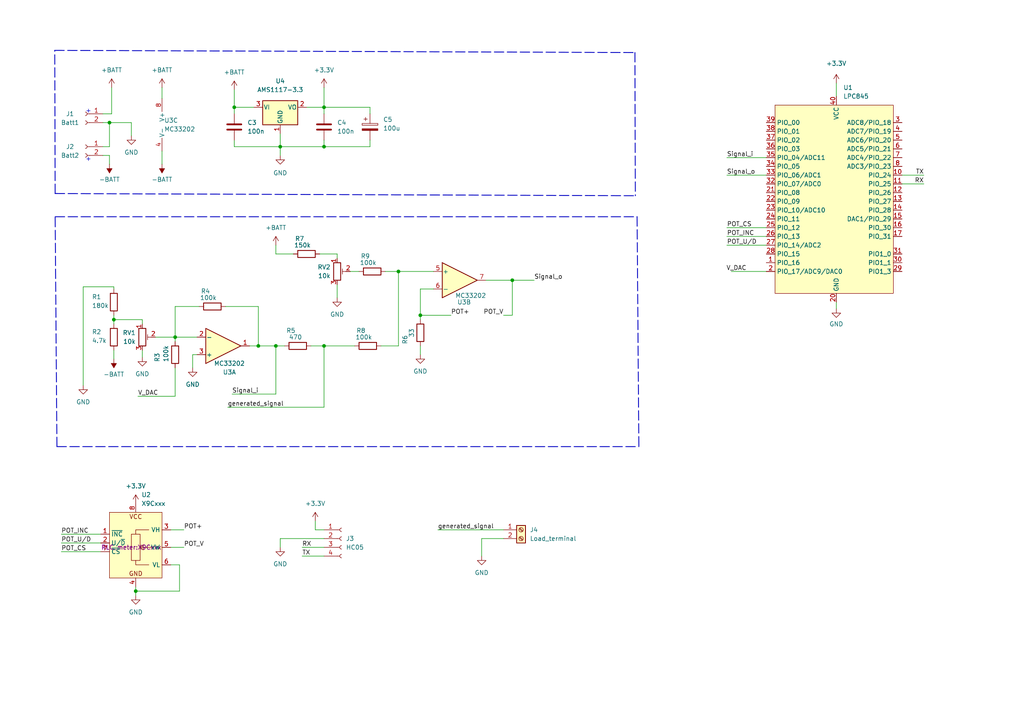
<source format=kicad_sch>
(kicad_sch (version 20211123) (generator eeschema)
  (paper "A4")
  (lib_symbols
    (symbol "Amplifier_Operational:MC33202" (pin_names (offset 0.127))
      (property "Reference" "U" (at 0 5.08 0))
      (property "Value" "MC33202" (at 0 -5.08 0))
      (symbol "MC33202_1_1"
        (polyline (pts (xy -5.08 5.08) (xy 5.08 0) (xy -5.08 -5.08) (xy -5.08 5.08)) (stroke (width 0.254)) (fill (type background)))
        (pin output line (at 7.62 0 180) (length 2.54) (name "~") (number "1"))
        (pin input line (at -7.62 -2.54 0) (length 2.54) (name "-") (number "2"))
        (pin input line (at -7.62 2.54 0) (length 2.54) (name "+") (number "3"))
      )
      (symbol "MC33202_2_1"
        (polyline (pts (xy -5.08 5.08) (xy 5.08 0) (xy -5.08 -5.08) (xy -5.08 5.08)) (stroke (width 0.254)) (fill (type background)))
        (pin input line (at -7.62 2.54 0) (length 2.54) (name "+") (number "5"))
        (pin input line (at -7.62 -2.54 0) (length 2.54) (name "-") (number "6"))
        (pin output line (at 7.62 0 180) (length 2.54) (name "~") (number "7"))
      )
      (symbol "MC33202_3_1"
        (pin power_in line (at -2.54 -7.62 90) (length 3.81) (name "V-") (number "4"))
        (pin power_in line (at -2.54 7.62 270) (length 3.81) (name "V+") (number "8"))
      )
    )
    (symbol "Connector:Conn_01x02_Female" (pin_names (offset 1.016) hide)
      (property "Reference" "J" (at 0 2.54 0))
      (property "Value" "Conn_01x02_Female" (at 0 -5.08 0))
      (symbol "Conn_01x02_Female_1_1"
        (arc (start 0 -2.032) (mid -0.508 -2.54) (end 0 -3.048) (stroke (width 0.1524)))
        (polyline (pts (xy -1.27 -2.54) (xy -0.508 -2.54)) (stroke (width 0.1524)))
        (polyline (pts (xy -1.27 0) (xy -0.508 0)) (stroke (width 0.1524)))
        (arc (start 0 0.508) (mid -0.508 0) (end 0 -0.508) (stroke (width 0.1524)))
        (pin passive line (at -5.08 0 0) (length 3.81) (name "Pin_1") (number "1"))
        (pin passive line (at -5.08 -2.54 0) (length 3.81) (name "Pin_2") (number "2"))
      )
    )
    (symbol "Connector:Conn_01x04_Female" (pin_names (offset 1.016) hide)
      (property "Reference" "J" (at 0 5.08 0))
      (property "Value" "Conn_01x04_Female" (at 0 -7.62 0))
      (symbol "Conn_01x04_Female_1_1"
        (arc (start 0 -4.572) (mid -0.508 -5.08) (end 0 -5.588) (stroke (width 0.1524)))
        (arc (start 0 -2.032) (mid -0.508 -2.54) (end 0 -3.048) (stroke (width 0.1524)))
        (polyline (pts (xy -1.27 -5.08) (xy -0.508 -5.08)) (stroke (width 0.1524)))
        (polyline (pts (xy -1.27 -2.54) (xy -0.508 -2.54)) (stroke (width 0.1524)))
        (polyline (pts (xy -1.27 0) (xy -0.508 0)) (stroke (width 0.1524)))
        (polyline (pts (xy -1.27 2.54) (xy -0.508 2.54)) (stroke (width 0.1524)))
        (arc (start 0 0.508) (mid -0.508 0) (end 0 -0.508) (stroke (width 0.1524)))
        (arc (start 0 3.048) (mid -0.508 2.54) (end 0 2.032) (stroke (width 0.1524)))
        (pin passive line (at -5.08 2.54 0) (length 3.81) (name "Pin_1") (number "1"))
        (pin passive line (at -5.08 0 0) (length 3.81) (name "Pin_2") (number "2"))
        (pin passive line (at -5.08 -2.54 0) (length 3.81) (name "Pin_3") (number "3"))
        (pin passive line (at -5.08 -5.08 0) (length 3.81) (name "Pin_4") (number "4"))
      )
    )
    (symbol "Connector:Screw_Terminal_01x02" (pin_names (offset 1.016) hide)
      (property "Reference" "J" (at 0 2.54 0))
      (property "Value" "Screw_Terminal_01x02" (at 0 -5.08 0))
      (symbol "Screw_Terminal_01x02_1_1"
        (rectangle (start -1.27 1.27) (end 1.27 -3.81) (stroke (width 0.254)) (fill (type background)))
        (circle (center 0 -2.54) (radius 0.635) (stroke (width 0.1524)))
        (polyline (pts (xy -0.5334 -2.2098) (xy 0.3302 -3.048)) (stroke (width 0.1524)))
        (polyline (pts (xy -0.5334 0.3302) (xy 0.3302 -0.508)) (stroke (width 0.1524)))
        (polyline (pts (xy -0.3556 -2.032) (xy 0.508 -2.8702)) (stroke (width 0.1524)))
        (polyline (pts (xy -0.3556 0.508) (xy 0.508 -0.3302)) (stroke (width 0.1524)))
        (circle (center 0 0) (radius 0.635) (stroke (width 0.1524)))
        (pin passive line (at -5.08 0 0) (length 3.81) (name "Pin_1") (number "1"))
        (pin passive line (at -5.08 -2.54 0) (length 3.81) (name "Pin_2") (number "2"))
      )
    )
    (symbol "Device:C" (pin_numbers hide) (pin_names (offset 0.254))
      (property "Reference" "C" (at 0.635 2.54 0))
      (property "Value" "C" (at 0.635 -2.54 0))
      (symbol "C_0_1"
        (polyline (pts (xy -2.032 -0.762) (xy 2.032 -0.762)) (stroke (width 0.508)))
        (polyline (pts (xy -2.032 0.762) (xy 2.032 0.762)) (stroke (width 0.508)))
      )
      (symbol "C_1_1"
        (pin passive line (at 0 3.81 270) (length 2.794) (name "~") (number "1"))
        (pin passive line (at 0 -3.81 90) (length 2.794) (name "~") (number "2"))
      )
    )
    (symbol "Device:C_Polarized" (pin_numbers hide) (pin_names (offset 0.254))
      (property "Reference" "C" (at 0.635 2.54 0))
      (property "Value" "C_Polarized" (at 0.635 -2.54 0))
      (symbol "C_Polarized_0_1"
        (rectangle (start -2.286 0.508) (end 2.286 1.016))
        (polyline (pts (xy -1.778 2.286) (xy -0.762 2.286)))
        (polyline (pts (xy -1.27 2.794) (xy -1.27 1.778)))
        (rectangle (start 2.286 -0.508) (end -2.286 -1.016) (fill (type outline)))
      )
      (symbol "C_Polarized_1_1"
        (pin passive line (at 0 3.81 270) (length 2.794) (name "~") (number "1"))
        (pin passive line (at 0 -3.81 90) (length 2.794) (name "~") (number "2"))
      )
    )
    (symbol "Device:R" (pin_numbers hide) (pin_names (offset 0))
      (property "Reference" "R" (at 2.032 0 90))
      (property "Value" "R" (at 0 0 90))
      (symbol "R_0_1"
        (rectangle (start -1.016 -2.54) (end 1.016 2.54) (stroke (width 0.254)))
      )
      (symbol "R_1_1"
        (pin passive line (at 0 3.81 270) (length 1.27) (name "~") (number "1"))
        (pin passive line (at 0 -3.81 90) (length 1.27) (name "~") (number "2"))
      )
    )
    (symbol "Device:R_Potentiometer_Trim" (pin_names (offset 1.016) hide)
      (property "Reference" "RV" (at -4.445 0 90))
      (property "Value" "R_Potentiometer_Trim" (at -2.54 0 90))
      (symbol "R_Potentiometer_Trim_0_1"
        (polyline (pts (xy 1.524 0.762) (xy 1.524 -0.762)))
        (polyline (pts (xy 2.54 0) (xy 1.524 0)))
        (rectangle (start 1.016 2.54) (end -1.016 -2.54) (stroke (width 0.254)))
      )
      (symbol "R_Potentiometer_Trim_1_1"
        (pin passive line (at 0 3.81 270) (length 1.27) (name "1") (number "1"))
        (pin passive line (at 3.81 0 180) (length 1.27) (name "2") (number "2"))
        (pin passive line (at 0 -3.81 90) (length 1.27) (name "3") (number "3"))
      )
    )
    (symbol "Potentiometer_Digital:X9Cxxx"
      (property "Reference" "U" (at -11.43 11.43 0))
      (property "Value" "X9Cxxx" (at -8.89 13.97 0))
      (symbol "X9Cxxx_0_0"
        (text "GND" (at 0 -7.62 0) (effects (font (size 1.27 1.27))))
        (text "VCC" (at 0 8.89 0) (effects (font (size 1.27 1.27))))
      )
      (symbol "X9Cxxx_0_1"
        (rectangle (start -7.62 10.16) (end 7.62 -8.89) (fill (type background)))
        (rectangle (start -1.27 3.81) (end 1.27 -3.81))
        (polyline (pts (xy 1.27 0) (xy 5.08 0)))
        (polyline (pts (xy 0 3.81) (xy 0 5.08) (xy 3.81 5.08)))
        (polyline (pts (xy 3.81 -5.08) (xy 0 -5.08) (xy 0 -3.81)))
        (polyline (pts (xy 1.27 0) (xy 2.159 0.762) (xy 2.159 -0.762) (xy 1.27 0)))
      )
      (symbol "X9Cxxx_1_1"
        (pin input line (at -10.16 3.81 0) (length 2.54) (name "~{INC}") (number "1"))
        (pin input line (at -10.16 1.27 0) (length 2.54) (name "U/~{D}") (number "2"))
        (pin input line (at 10.16 5.08 180) (length 2.54) (name "VH") (number "3"))
        (pin input line (at 0 -11.43 90) (length 2.54) (name "") (number "4"))
        (pin input line (at 10.16 0 180) (length 2.54) (name "VW") (number "5"))
        (pin input line (at 10.16 -5.08 180) (length 2.54) (name "VL") (number "6"))
        (pin input line (at -10.16 -1.27 0) (length 2.54) (name "~{CS}") (number "7"))
        (pin input line (at 0 12.7 270) (length 2.54) (name "") (number "8"))
      )
    )
    (symbol "Regulator_Linear:AMS1117-3.3" (pin_names (offset 0.254))
      (property "Reference" "U" (at -3.81 3.175 0))
      (property "Value" "AMS1117-3.3" (at 0 3.175 0))
      (symbol "AMS1117-3.3_0_1"
        (rectangle (start -5.08 -5.08) (end 5.08 1.905) (stroke (width 0.254)) (fill (type background)))
      )
      (symbol "AMS1117-3.3_1_1"
        (pin power_in line (at 0 -7.62 90) (length 2.54) (name "GND") (number "1"))
        (pin power_out line (at 7.62 0 180) (length 2.54) (name "VO") (number "2"))
        (pin power_in line (at -7.62 0 0) (length 2.54) (name "VI") (number "3"))
      )
    )
    (symbol "power:+3.3V" (power) (pin_names (offset 0))
      (property "Value" "+3.3V" (at 0 3.556 0))
      (symbol "+3.3V_0_1"
        (polyline (pts (xy -0.762 1.27) (xy 0 2.54)))
        (polyline (pts (xy 0 0) (xy 0 2.54)))
        (polyline (pts (xy 0 2.54) (xy 0.762 1.27)))
      )
      (symbol "+3.3V_1_1"
        (pin power_in line (at 0 0 90) (length 0) hide (name "+3.3V") (number "1"))
      )
    )
    (symbol "power:+BATT" (power) (pin_names (offset 0))
      (property "Value" "+BATT" (at 0 3.556 0))
      (symbol "+BATT_0_1"
        (polyline (pts (xy -0.762 1.27) (xy 0 2.54)))
        (polyline (pts (xy 0 0) (xy 0 2.54)))
        (polyline (pts (xy 0 2.54) (xy 0.762 1.27)))
      )
      (symbol "+BATT_1_1"
        (pin power_in line (at 0 0 90) (length 0) hide (name "+BATT") (number "1"))
      )
    )
    (symbol "power:-BATT" (power) (pin_names (offset 0))
      (property "Value" "-BATT" (at 0 3.556 0))
      (symbol "-BATT_0_1"
        (polyline (pts (xy 0 0) (xy 0 2.54)))
        (polyline (pts (xy 0.762 1.27) (xy -0.762 1.27) (xy 0 2.54) (xy 0.762 1.27)) (fill (type outline)))
      )
      (symbol "-BATT_1_1"
        (pin power_in line (at 0 0 90) (length 0) hide (name "-BATT") (number "1"))
      )
    )
    (symbol "power:GND" (power) (pin_names (offset 0))
      (property "Value" "GND" (at 0 -3.81 0))
      (symbol "GND_0_1"
        (polyline (pts (xy 0 0) (xy 0 -1.27) (xy 1.27 -1.27) (xy 0 -2.54) (xy -1.27 -1.27) (xy 0 -1.27)))
      )
      (symbol "GND_1_1"
        (pin power_in line (at 0 0 270) (length 0) hide (name "GND") (number "1"))
      )
    )
    (symbol "proj_lib:LPC845"
      (property "Reference" "U" (at -15.875 29.21 0))
      (property "Value" "LPC845" (at -12.7 26.67 0))
      (symbol "LPC845_0_1"
        (rectangle (start -16.51 24.13) (end 17.78 -30.48) (fill (type background)))
      )
      (symbol "LPC845_1_1"
        (pin bidirectional line (at -19.05 -21.59 0) (length 2.54) (name "PIO_16") (number "1"))
        (pin bidirectional line (at 20.32 3.81 180) (length 2.54) (name "PIO_24") (number "10"))
        (pin bidirectional line (at 20.32 1.27 180) (length 2.54) (name "PIO_25") (number "11"))
        (pin bidirectional line (at 20.32 -1.27 180) (length 2.54) (name "PIO_26") (number "12"))
        (pin bidirectional line (at 20.32 -3.81 180) (length 2.54) (name "PIO_27") (number "13"))
        (pin bidirectional line (at 20.32 -6.35 180) (length 2.54) (name "PIO_28") (number "14"))
        (pin bidirectional line (at 20.32 -8.89 180) (length 2.54) (name "DAC1/PIO_29") (number "15"))
        (pin bidirectional line (at 20.32 -11.43 180) (length 2.54) (name "PIO_30") (number "16"))
        (pin bidirectional line (at 20.32 -13.97 180) (length 2.54) (name "PIO_31") (number "17"))
        (pin bidirectional line (at 16.51 -35.56 180) (length 2.54) hide (name "PIO_09_2") (number "18"))
        (pin bidirectional line (at 16.51 -38.1 180) (length 2.54) hide (name "PIO_08_2") (number "19"))
        (pin bidirectional line (at -19.05 -24.13 0) (length 2.54) (name "PIO_17/ADC9/DAC0") (number "2"))
        (pin unspecified line (at 1.27 -33.02 90) (length 2.54) (name "GND") (number "20"))
        (pin bidirectional line (at -19.05 -1.27 0) (length 2.54) (name "PIO_08") (number "21"))
        (pin bidirectional line (at -19.05 -3.81 0) (length 2.54) (name "PIO_09") (number "22"))
        (pin bidirectional line (at -19.05 -6.35 0) (length 2.54) (name "PIO_10/ADC10") (number "23"))
        (pin bidirectional line (at -19.05 -8.89 0) (length 2.54) (name "PIO_11") (number "24"))
        (pin bidirectional line (at -19.05 -11.43 0) (length 2.54) (name "PIO_12") (number "25"))
        (pin bidirectional line (at -19.05 -13.97 0) (length 2.54) (name "PIO_13") (number "26"))
        (pin bidirectional line (at -19.05 -16.51 0) (length 2.54) (name "PIO_14/ADC2") (number "27"))
        (pin bidirectional line (at -19.05 -19.05 0) (length 2.54) (name "PIO_15") (number "28"))
        (pin bidirectional line (at 20.32 -24.13 180) (length 2.54) (name "PIO1_3") (number "29"))
        (pin bidirectional line (at 20.32 19.05 180) (length 2.54) (name "ADC8/PIO_18") (number "3"))
        (pin bidirectional line (at 20.32 -21.59 180) (length 2.54) (name "PIO1_1") (number "30"))
        (pin bidirectional line (at 20.32 -19.05 180) (length 2.54) (name "PIO1_0") (number "31"))
        (pin bidirectional line (at -19.05 1.27 0) (length 2.54) (name "PIO_07/ADC0") (number "32"))
        (pin bidirectional line (at -19.05 3.81 0) (length 2.54) (name "PIO_06/ADC1") (number "33"))
        (pin bidirectional line (at -19.05 6.35 0) (length 2.54) (name "PIO_05") (number "34"))
        (pin bidirectional line (at -19.05 8.89 0) (length 2.54) (name "PIO_04/ADC11") (number "35"))
        (pin bidirectional line (at -19.05 11.43 0) (length 2.54) (name "PIO_03") (number "36"))
        (pin bidirectional line (at -19.05 13.97 0) (length 2.54) (name "PIO_02") (number "37"))
        (pin bidirectional line (at -19.05 16.51 0) (length 2.54) (name "PIO_01") (number "38"))
        (pin bidirectional line (at -19.05 19.05 0) (length 2.54) (name "PIO_00") (number "39"))
        (pin bidirectional line (at 20.32 16.51 180) (length 2.54) (name "ADC7/PIO_19") (number "4"))
        (pin power_in line (at 1.27 26.67 270) (length 2.54) (name "VCC") (number "40"))
        (pin bidirectional line (at 20.32 13.97 180) (length 2.54) (name "ADC6/PIO_20") (number "5"))
        (pin bidirectional line (at 20.32 11.43 180) (length 2.54) (name "ADC5/PIO_21") (number "6"))
        (pin bidirectional line (at 20.32 8.89 180) (length 2.54) (name "ADC4/PIO_22") (number "7"))
        (pin bidirectional line (at 20.32 6.35 180) (length 2.54) (name "ADC3/PIO_23") (number "8"))
        (pin bidirectional line (at 16.51 -33.02 180) (length 2.54) hide (name "PIO_05_2") (number "9"))
      )
    )
  )
  (junction (at 148.59 81.28))
  (junction (at 33.02 92.71))
  (junction (at 121.92 91.44))
  (junction (at 93.98 31.115))
  (junction (at 93.98 42.545))
  (junction (at 31.75 35.56))
  (junction (at 50.8 97.79))
  (junction (at 81.28 42.545))
  (junction (at 39.37 171.45))
  (junction (at 115.57 78.74))
  (junction (at 74.93 100.33))
  (junction (at 93.98 100.33))
  (junction (at 80.01 100.33))
  (junction (at 67.945 31.115))
  (wire (pts (xy 17.78 157.48) (xy 29.21 157.48)))
  (wire (pts (xy 93.98 33.02) (xy 93.98 31.115)))
  (wire (pts (xy 74.93 100.33) (xy 72.39 100.33)))
  (wire (pts (xy 24.13 83.185) (xy 24.13 111.76)))
  (wire (pts (xy 50.8 106.68) (xy 50.8 114.935)))
  (wire (pts (xy 101.6 78.74) (xy 104.14 78.74)))
  (wire (pts (xy 87.63 161.29) (xy 93.98 161.29)))
  (wire (pts (xy 210.82 50.8) (xy 222.25 50.8)))
  (wire (pts (xy 146.05 91.44) (xy 148.59 91.44)))
  (wire (pts (xy 33.02 91.44) (xy 33.02 92.71)))
  (wire (pts (xy 67.945 31.115) (xy 73.66 31.115)))
  (wire (pts (xy 38.1 35.56) (xy 31.75 35.56)))
  (wire (pts (xy 67.31 114.3) (xy 80.01 114.3)))
  (wire (pts (xy 115.57 78.74) (xy 115.57 100.33)))
  (wire (pts (xy 210.82 71.12) (xy 222.25 71.12)))
  (wire (pts (xy 52.07 163.83) (xy 52.07 171.45)))
  (wire (pts (xy 210.82 45.72) (xy 222.25 45.72)))
  (wire (pts (xy 91.44 153.67) (xy 93.98 153.67)))
  (wire (pts (xy 212.09 78.74) (xy 222.25 78.74)))
  (wire (pts (xy 65.405 88.9) (xy 74.93 88.9)))
  (wire (pts (xy 93.98 42.545) (xy 93.98 40.64)))
  (wire (pts (xy 88.9 31.115) (xy 93.98 31.115)))
  (wire (pts (xy 33.02 92.71) (xy 33.02 93.98)))
  (wire (pts (xy 90.17 100.33) (xy 93.98 100.33)))
  (wire (pts (xy 49.53 158.75) (xy 53.34 158.75)))
  (wire (pts (xy 38.1 39.37) (xy 38.1 35.56)))
  (wire (pts (xy 45.085 97.79) (xy 50.8 97.79)))
  (wire (pts (xy 93.98 31.115) (xy 107.315 31.115)))
  (wire (pts (xy 267.97 50.8) (xy 261.62 50.8)))
  (wire (pts (xy 50.8 88.9) (xy 50.8 97.79)))
  (wire (pts (xy 29.845 45.085) (xy 31.75 45.085)))
  (wire (pts (xy 39.37 170.18) (xy 39.37 171.45)))
  (wire (pts (xy 17.78 154.94) (xy 29.21 154.94)))
  (wire (pts (xy 139.7 161.29) (xy 139.7 156.21)))
  (polyline (pts (xy 184.785 62.865) (xy 185.293 129.54)) (stroke (width 0.25)))
  (wire (pts (xy 24.13 83.185) (xy 33.02 83.185)))
  (wire (pts (xy 148.59 91.44) (xy 148.59 81.28)))
  (wire (pts (xy 41.275 92.71) (xy 33.02 92.71)))
  (wire (pts (xy 29.845 35.56) (xy 31.75 35.56)))
  (wire (pts (xy 29.845 42.545) (xy 31.75 42.545)))
  (wire (pts (xy 210.82 66.04) (xy 222.25 66.04)))
  (wire (pts (xy 66.04 118.11) (xy 93.98 118.11)))
  (wire (pts (xy 92.71 73.66) (xy 97.79 73.66)))
  (wire (pts (xy 115.57 78.74) (xy 125.73 78.74)))
  (wire (pts (xy 242.57 87.63) (xy 242.57 89.535)))
  (wire (pts (xy 33.02 83.185) (xy 33.02 83.82)))
  (wire (pts (xy 67.945 42.545) (xy 81.28 42.545)))
  (wire (pts (xy 31.75 42.545) (xy 31.75 35.56)))
  (wire (pts (xy 67.945 33.02) (xy 67.945 31.115)))
  (wire (pts (xy 32.385 25.4) (xy 32.385 33.02)))
  (wire (pts (xy 127 153.67) (xy 146.05 153.67)))
  (wire (pts (xy 267.97 53.34) (xy 261.62 53.34)))
  (wire (pts (xy 74.93 100.33) (xy 80.01 100.33)))
  (wire (pts (xy 67.945 26.035) (xy 67.945 31.115)))
  (wire (pts (xy 139.7 156.21) (xy 146.05 156.21)))
  (wire (pts (xy 80.01 100.33) (xy 80.01 114.3)))
  (wire (pts (xy 97.79 73.66) (xy 97.79 74.93)))
  (wire (pts (xy 41.275 101.6) (xy 41.275 103.632)))
  (wire (pts (xy 93.98 100.33) (xy 102.87 100.33)))
  (wire (pts (xy 97.79 82.55) (xy 97.79 86.36)))
  (wire (pts (xy 93.98 25.4) (xy 93.98 31.115)))
  (wire (pts (xy 81.28 38.735) (xy 81.28 42.545)))
  (wire (pts (xy 67.945 40.64) (xy 67.945 42.545)))
  (wire (pts (xy 46.99 25.4) (xy 46.99 28.575)))
  (wire (pts (xy 87.63 158.75) (xy 93.98 158.75)))
  (wire (pts (xy 29.845 33.02) (xy 32.385 33.02)))
  (wire (pts (xy 107.315 42.545) (xy 93.98 42.545)))
  (wire (pts (xy 46.99 43.815) (xy 46.99 47.625)))
  (wire (pts (xy 55.88 106.68) (xy 55.88 102.87)))
  (polyline (pts (xy 15.875 14.605) (xy 184.15 15.24)) (stroke (width 0.25)))
  (wire (pts (xy 33.02 101.6) (xy 33.02 104.14)))
  (wire (pts (xy 80.01 100.33) (xy 82.55 100.33)))
  (wire (pts (xy 121.92 91.44) (xy 130.81 91.44)))
  (wire (pts (xy 242.57 24.13) (xy 242.57 27.94)))
  (wire (pts (xy 210.82 68.58) (xy 222.25 68.58)))
  (wire (pts (xy 91.44 151.13) (xy 91.44 153.67)))
  (wire (pts (xy 50.8 97.79) (xy 50.8 99.06)))
  (polyline (pts (xy 16.51 129.54) (xy 16.002 62.865)) (stroke (width 0.25)))
  (wire (pts (xy 57.785 88.9) (xy 50.8 88.9)))
  (wire (pts (xy 17.78 160.02) (xy 29.21 160.02)))
  (wire (pts (xy 40.005 114.935) (xy 50.8 114.935)))
  (wire (pts (xy 55.88 102.87) (xy 57.15 102.87)))
  (polyline (pts (xy 16.002 62.865) (xy 184.785 62.865)) (stroke (width 0.25)))
  (wire (pts (xy 81.28 158.75) (xy 81.28 156.21)))
  (wire (pts (xy 81.28 42.545) (xy 93.98 42.545)))
  (polyline (pts (xy 16.002 56.134) (xy 184.277 56.769)) (stroke (width 0.25)))
  (wire (pts (xy 52.07 171.45) (xy 39.37 171.45)))
  (wire (pts (xy 81.28 42.545) (xy 81.28 45.085)))
  (wire (pts (xy 74.93 88.9) (xy 74.93 100.33)))
  (wire (pts (xy 121.92 83.82) (xy 125.73 83.82)))
  (wire (pts (xy 115.57 100.33) (xy 110.49 100.33)))
  (polyline (pts (xy 16.51 129.54) (xy 185.293 129.54)) (stroke (width 0.25)))
  (wire (pts (xy 81.28 156.21) (xy 93.98 156.21)))
  (wire (pts (xy 121.92 91.44) (xy 121.92 92.71)))
  (polyline (pts (xy 184.15 15.24) (xy 184.277 56.769)) (stroke (width 0.25)))
  (wire (pts (xy 93.98 118.11) (xy 93.98 100.33)))
  (wire (pts (xy 107.315 40.64) (xy 107.315 42.545)))
  (wire (pts (xy 107.315 31.115) (xy 107.315 33.02)))
  (polyline (pts (xy 16.002 56.134) (xy 15.875 14.605)) (stroke (width 0.25)))
  (wire (pts (xy 49.53 163.83) (xy 52.07 163.83)))
  (wire (pts (xy 80.01 73.66) (xy 85.09 73.66)))
  (wire (pts (xy 148.59 81.28) (xy 154.94 81.28)))
  (wire (pts (xy 50.8 97.79) (xy 57.15 97.79)))
  (wire (pts (xy 111.76 78.74) (xy 115.57 78.74)))
  (wire (pts (xy 41.275 92.71) (xy 41.275 93.98)))
  (wire (pts (xy 121.92 91.44) (xy 121.92 83.82)))
  (wire (pts (xy 39.37 171.45) (xy 39.37 172.72)))
  (wire (pts (xy 140.97 81.28) (xy 148.59 81.28)))
  (wire (pts (xy 80.01 71.12) (xy 80.01 73.66)))
  (wire (pts (xy 121.92 100.33) (xy 121.92 102.87)))
  (wire (pts (xy 49.53 153.67) (xy 53.34 153.67)))
  (wire (pts (xy 31.75 45.085) (xy 31.75 47.625)))
  (text "+" (at 24.765 46.99 0) (effects (font (size 1.27 1.27)) (justify left bottom)))
  (text "+" (at 24.765 33.02 0) (effects (font (size 1.27 1.27)) (justify left bottom)))
  (label "RX" (at 87.63 158.75 0))
  (label "POT_CS" (at 17.78 160.02 0))
  (label "Signal_i" (at 67.31 114.3 0))
  (label "POT_U{slash}D" (at 210.82 71.12 0))
  (label "POT_V" (at 53.34 158.75 0))
  (label "generated_signal" (at 66.04 118.11 0))
  (label "generated_signal" (at 127 153.67 0))
  (label "Signal_i" (at 210.82 45.72 0))
  (label "POT_INC" (at 210.82 68.58 0))
  (label "POT_V" (at 146.05 91.44 180))
  (label "POT_INC" (at 17.78 154.94 0))
  (label "TX" (at 267.97 50.8 180))
  (label "POT_CS" (at 210.82 66.04 0))
  (label "RX" (at 267.97 53.34 180))
  (label "V_DAC" (at 216.535 78.74 180))
  (label "POT+" (at 53.34 153.67 0))
  (label "TX" (at 87.63 161.29 0))
  (label "POT+" (at 130.81 91.44 0))
  (label "Signal_o" (at 210.82 50.8 0))
  (label "V_DAC" (at 40.005 114.935 0))
  (label "Signal_o" (at 154.94 81.28 0))
  (label "POT_U{slash}D" (at 17.78 157.48 0))
  (symbol (lib_id "power:-BATT") (at 46.99 47.625 180) (unit 1)
    (property "Reference" "#PWR0114" (effects hide))
    (property "Value" "-BATT" (at 46.99 52.07 0))
  )
  (symbol (lib_id "Regulator_Linear:AMS1117-3.3") (at 81.28 31.115 0) (unit 1)
    (property "Reference" "U4" (at 81.28 23.495 0))
    (property "Value" "AMS1117-3.3" (at 81.28 26.035 0))
    (property "Footprint" "Connector_PinHeader_2.54mm:PinHeader_1x03_P2.54mm_Vertical" (effects hide))
    (property "Datasheet" "http://www.advanced-monolithic.com/pdf/ds1117.pdf" (effects hide))
  )
  (symbol (lib_id "Device:R_Potentiometer_Trim") (at 97.79 78.74 0) (unit 1)
    (property "Reference" "RV2" (at 95.885 77.4699 0) (effects (justify right)))
    (property "Value" "10k" (at 95.885 80.0099 0) (effects (justify right)))
    (property "Footprint" "Potentiometer_THT:Potentiometer_Bourns_3386C_Horizontal" (effects hide))
  )
  (symbol (lib_id "power:-BATT") (at 33.02 104.14 180) (unit 1)
    (property "Reference" "#PWR0109" (effects hide))
    (property "Value" "-BATT" (at 33.02 108.585 0))
  )
  (symbol (lib_id "Device:C_Polarized") (at 107.315 36.83 0) (unit 1)
    (property "Reference" "C5" (at 111.125 34.6709 0) (effects (justify left)))
    (property "Value" "100u" (at 111.125 37.2109 0) (effects (justify left)))
    (property "Footprint" "Capacitor_THT:CP_Radial_D8.0mm_P5.00mm" (effects hide))
  )
  (symbol (lib_id "Device:R") (at 33.02 87.63 0) (unit 1)
    (property "Reference" "R1" (at 26.67 86.106 0) (effects (justify left)))
    (property "Value" "180k" (at 26.67 88.646 0) (effects (justify left)))
    (property "Footprint" "Resistor_THT:R_Axial_DIN0207_L6.3mm_D2.5mm_P15.24mm_Horizontal" (effects hide))
  )
  (symbol (lib_id "power:GND") (at 39.37 172.72 0) (unit 1)
    (property "Reference" "#PWR0120" (effects hide))
    (property "Value" "GND" (at 39.37 177.546 0))
  )
  (symbol (lib_id "Device:C") (at 93.98 36.83 0) (unit 1)
    (property "Reference" "C4" (at 97.79 35.5599 0) (effects (justify left)))
    (property "Value" "100n" (at 97.79 38.0999 0) (effects (justify left)))
    (property "Footprint" "Capacitor_THT:C_Disc_D5.0mm_W2.5mm_P2.50mm" (effects hide))
  )
  (symbol (lib_id "power:GND") (at 41.275 103.632 0) (unit 1)
    (property "Reference" "#PWR0107" (effects hide))
    (property "Value" "GND" (at 41.275 108.458 0))
  )
  (symbol (lib_id "power:GND") (at 242.57 89.535 0) (unit 1)
    (property "Reference" "#PWR0106" (effects hide))
    (property "Value" "GND" (at 242.57 93.98 0))
  )
  (symbol (lib_id "power:+BATT") (at 67.945 26.035 0) (unit 1)
    (property "Reference" "#PWR0115" (effects hide))
    (property "Value" "+BATT" (at 67.945 20.955 0))
  )
  (symbol (lib_id "Amplifier_Operational:MC33202") (at 133.35 81.28 0) (unit 2)
    (property "Reference" "U3" (at 134.62 87.63 0))
    (property "Value" "MC33202" (at 136.525 85.725 0))
    (property "Footprint" "Package_DIP:DIP-8_W7.62mm_Socket_LongPads" (effects hide))
    (property "Datasheet" "http://www.ti.com/lit/ds/symlink/lm358.pdf" (effects hide))
  )
  (symbol (lib_id "Connector:Conn_01x02_Female") (at 24.765 33.02 0) (mirror y) (unit 1)
    (property "Reference" "J1" (at 20.32 33.02 0))
    (property "Value" "Batt1" (at 20.32 35.56 0))
    (property "Footprint" "Connector_PinHeader_2.54mm:PinHeader_1x02_P2.54mm_Vertical" (effects hide))
  )
  (symbol (lib_id "power:GND") (at 81.28 45.085 0) (unit 1)
    (property "Reference" "#PWR0116" (effects hide))
    (property "Value" "GND" (at 81.28 50.165 0))
  )
  (symbol (lib_id "Device:R") (at 86.36 100.33 90) (unit 1)
    (property "Reference" "R5" (at 85.725 95.885 90) (effects (justify left)))
    (property "Value" "470" (at 87.63 97.79 90) (effects (justify left)))
    (property "Footprint" "Resistor_THT:R_Axial_DIN0207_L6.3mm_D2.5mm_P15.24mm_Horizontal" (effects hide))
  )
  (symbol (lib_id "power:+BATT") (at 46.99 25.4 0) (unit 1)
    (property "Reference" "#PWR0101" (effects hide))
    (property "Value" "+BATT" (at 46.99 20.32 0))
  )
  (symbol (lib_id "Device:R") (at 107.95 78.74 90) (unit 1)
    (property "Reference" "R9" (at 107.315 74.295 90) (effects (justify left)))
    (property "Value" "100k" (at 109.22 76.2 90) (effects (justify left)))
    (property "Footprint" "Resistor_THT:R_Axial_DIN0207_L6.3mm_D2.5mm_P15.24mm_Horizontal" (effects hide))
  )
  (symbol (lib_id "power:GND") (at 38.1 39.37 0) (unit 1)
    (property "Reference" "#PWR0113" (effects hide))
    (property "Value" "GND" (at 38.1 44.196 0))
  )
  (symbol (lib_id "proj_lib:LPC845") (at 241.3 54.61 0) (unit 1)
    (property "Reference" "U1" (at 244.5894 25.4 0) (effects (justify left)))
    (property "Value" "LPC845" (at 244.5894 27.94 0) (effects (justify left)))
    (property "Footprint" "RLC_meter:LPC845" (effects hide))
  )
  (symbol (lib_id "power:+3.3V") (at 242.57 24.13 0) (unit 1)
    (property "Reference" "#PWR0105" (effects hide))
    (property "Value" "+3.3V" (at 242.57 18.415 0))
  )
  (symbol (lib_id "power:+3.3V") (at 93.98 25.4 0) (unit 1)
    (property "Reference" "#PWR0103" (effects hide))
    (property "Value" "+3.3V" (at 93.98 20.32 0))
  )
  (symbol (lib_id "Device:R") (at 50.8 102.87 0) (unit 1)
    (property "Reference" "R3" (at 45.593 105.029 90) (effects (justify left)))
    (property "Value" "100k" (at 48.133 105.029 90) (effects (justify left)))
    (property "Footprint" "Resistor_THT:R_Axial_DIN0207_L6.3mm_D2.5mm_P15.24mm_Horizontal" (effects hide))
  )
  (symbol (lib_id "power:+3.3V") (at 91.44 151.13 0) (unit 1)
    (property "Reference" "#PWR0122" (effects hide))
    (property "Value" "+3.3V" (at 91.44 146.05 0))
  )
  (symbol (lib_id "power:+3.3V") (at 39.37 146.05 0) (unit 1)
    (property "Reference" "#PWR0119" (effects hide))
    (property "Value" "+3.3V" (at 39.37 140.97 0))
  )
  (symbol (lib_id "power:GND") (at 81.28 158.75 0) (unit 1)
    (property "Reference" "#PWR0121" (effects hide))
    (property "Value" "GND" (at 81.28 163.576 0))
  )
  (symbol (lib_id "Connector:Screw_Terminal_01x02") (at 151.13 153.67 0) (unit 1)
    (property "Reference" "J4" (at 153.67 153.6699 0) (effects (justify left)))
    (property "Value" "Load_terminal" (at 153.67 156.2099 0) (effects (justify left)))
    (property "Footprint" "TerminalBlock_Philmore:TerminalBlock_Philmore_TB132_1x02_P5.00mm_Horizontal" (effects hide))
  )
  (symbol (lib_id "Device:R_Potentiometer_Trim") (at 41.275 97.79 0) (unit 1)
    (property "Reference" "RV1" (at 39.37 96.5199 0) (effects (justify right)))
    (property "Value" "10k" (at 39.37 99.0599 0) (effects (justify right)))
    (property "Footprint" "Potentiometer_THT:Potentiometer_Bourns_3386C_Horizontal" (effects hide))
  )
  (symbol (lib_id "Device:R") (at 106.68 100.33 90) (unit 1)
    (property "Reference" "R8" (at 106.045 95.885 90) (effects (justify left)))
    (property "Value" "100k" (at 107.95 97.79 90) (effects (justify left)))
    (property "Footprint" "Resistor_THT:R_Axial_DIN0207_L6.3mm_D2.5mm_P15.24mm_Horizontal" (effects hide))
  )
  (symbol (lib_id "power:+BATT") (at 80.01 71.12 0) (unit 1)
    (property "Reference" "#PWR0102" (effects hide))
    (property "Value" "+BATT" (at 80.01 66.04 0))
  )
  (symbol (lib_id "Connector:Conn_01x02_Female") (at 24.765 42.545 0) (mirror y) (unit 1)
    (property "Reference" "J2" (at 20.32 42.545 0))
    (property "Value" "Batt2" (at 20.32 45.085 0))
    (property "Footprint" "Connector_PinHeader_2.54mm:PinHeader_1x02_P2.54mm_Vertical" (effects hide))
  )
  (symbol (lib_id "power:GND") (at 24.13 111.76 0) (unit 1)
    (property "Reference" "#PWR0108" (effects hide))
    (property "Value" "GND" (at 24.13 116.586 0))
  )
  (symbol (lib_id "Device:R") (at 61.595 88.9 90) (unit 1)
    (property "Reference" "R4" (at 60.96 84.455 90) (effects (justify left)))
    (property "Value" "100k" (at 62.865 86.36 90) (effects (justify left)))
    (property "Footprint" "Resistor_THT:R_Axial_DIN0207_L6.3mm_D2.5mm_P15.24mm_Horizontal" (effects hide))
  )
  (symbol (lib_id "Device:C") (at 67.945 36.83 0) (unit 1)
    (property "Reference" "C3" (at 71.755 35.5599 0) (effects (justify left)))
    (property "Value" "100n" (at 71.755 38.0999 0) (effects (justify left)))
    (property "Footprint" "Capacitor_THT:C_Disc_D5.0mm_W2.5mm_P2.50mm" (effects hide))
  )
  (symbol (lib_id "Device:R") (at 33.02 97.79 0) (unit 1)
    (property "Reference" "R2" (at 26.67 96.266 0) (effects (justify left)))
    (property "Value" "4.7k" (at 26.67 98.806 0) (effects (justify left)))
    (property "Footprint" "Resistor_THT:R_Axial_DIN0207_L6.3mm_D2.5mm_P15.24mm_Horizontal" (effects hide))
  )
  (symbol (lib_id "power:GND") (at 121.92 102.87 0) (unit 1)
    (property "Reference" "#PWR0117" (effects hide))
    (property "Value" "GND" (at 121.92 107.696 0))
  )
  (symbol (lib_id "power:-BATT") (at 31.75 47.625 180) (unit 1)
    (property "Reference" "#PWR0111" (effects hide))
    (property "Value" "-BATT" (at 31.75 52.07 0))
  )
  (symbol (lib_id "Amplifier_Operational:MC33202") (at 64.77 100.33 0) (mirror x) (unit 1)
    (property "Reference" "U3" (at 66.548 107.95 0))
    (property "Value" "MC33202" (at 66.548 105.41 0))
    (property "Footprint" "Package_DIP:DIP-8_W7.62mm_Socket_LongPads" (effects hide))
    (property "Datasheet" "http://www.ti.com/lit/ds/symlink/lm358.pdf" (effects hide))
  )
  (symbol (lib_id "power:GND") (at 55.88 106.68 0) (unit 1)
    (property "Reference" "#PWR0110" (effects hide))
    (property "Value" "GND" (at 55.88 111.506 0))
  )
  (symbol (lib_id "Amplifier_Operational:MC33202") (at 49.53 36.195 0) (unit 3)
    (property "Reference" "U3" (at 47.625 34.9249 0) (effects (justify left)))
    (property "Value" "MC33202" (at 47.625 37.4649 0) (effects (justify left)))
    (property "Footprint" "Package_DIP:DIP-8_W7.62mm_Socket_LongPads" (effects hide))
    (property "Datasheet" "http://www.ti.com/lit/ds/symlink/lm358.pdf" (effects hide))
  )
  (symbol (lib_id "Device:R") (at 88.9 73.66 90) (unit 1)
    (property "Reference" "R7" (at 88.265 69.215 90) (effects (justify left)))
    (property "Value" "150k" (at 90.17 71.12 90) (effects (justify left)))
    (property "Footprint" "Resistor_THT:R_Axial_DIN0207_L6.3mm_D2.5mm_P15.24mm_Horizontal" (effects hide))
  )
  (symbol (lib_id "Device:R") (at 121.92 96.52 180) (unit 1)
    (property "Reference" "R6" (at 117.475 97.155 90) (effects (justify left)))
    (property "Value" "33" (at 119.38 95.25 90) (effects (justify left)))
    (property "Footprint" "Resistor_THT:R_Axial_DIN0207_L6.3mm_D2.5mm_P15.24mm_Horizontal" (effects hide))
  )
  (symbol (lib_id "power:GND") (at 139.7 161.29 0) (unit 1)
    (property "Reference" "#PWR0118" (effects hide))
    (property "Value" "GND" (at 139.7 166.116 0))
  )
  (symbol (lib_id "Connector:Conn_01x04_Female") (at 99.06 156.21 0) (unit 1)
    (property "Reference" "J3" (at 100.33 156.2099 0) (effects (justify left)))
    (property "Value" "HC05" (at 100.33 158.7499 0) (effects (justify left)))
    (property "Footprint" "Connector_PinHeader_2.54mm:PinHeader_1x04_P2.54mm_Horizontal" (effects hide))
  )
  (symbol (lib_id "power:GND") (at 97.79 86.36 0) (unit 1)
    (property "Reference" "#PWR0104" (effects hide))
    (property "Value" "GND" (at 97.79 91.186 0))
  )
  (symbol (lib_id "power:+BATT") (at 32.385 25.4 0) (unit 1)
    (property "Reference" "#PWR0112" (effects hide))
    (property "Value" "+BATT" (at 32.385 20.32 0))
  )
  (symbol (lib_id "Potentiometer_Digital:X9Cxxx") (at 39.37 158.75 0) (unit 1)
    (property "Reference" "U2" (at 41.0211 143.51 0) (effects (justify left)))
    (property "Value" "X9Cxxx" (at 41.0211 146.05 0) (effects (justify left)))
    (property "Footprint" "RLC_meter:X9Cxxx" (at 38.1 158.75 0))
  )
)
</source>
